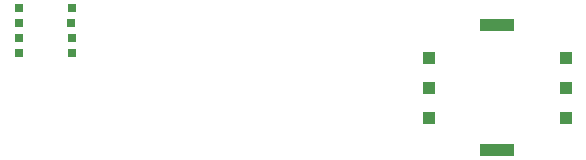
<source format=gtp>
G75*
%MOIN*%
%OFA0B0*%
%FSLAX25Y25*%
%IPPOS*%
%LPD*%
%AMOC8*
5,1,8,0,0,1.08239X$1,22.5*
%
%ADD10R,0.04331X0.03937*%
%ADD11R,0.11811X0.03937*%
%ADD12R,0.03150X0.02992*%
D10*
X0207027Y0056000D03*
X0207027Y0066000D03*
X0207027Y0076000D03*
X0252697Y0076000D03*
X0252697Y0066000D03*
X0252697Y0056000D03*
D11*
X0229862Y0045134D03*
X0229862Y0086866D03*
D12*
X0070327Y0077592D03*
X0070327Y0082632D03*
X0070327Y0087632D03*
X0070327Y0092632D03*
X0088004Y0092632D03*
X0087923Y0087632D03*
X0088004Y0082632D03*
X0088004Y0077632D03*
M02*

</source>
